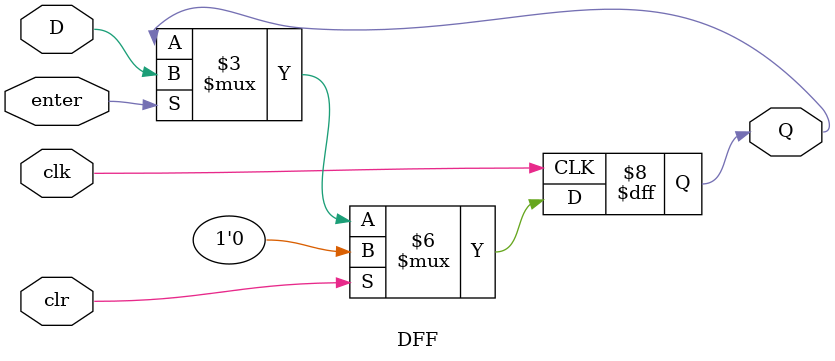
<source format=sv>
`timescale 1ns / 1ps

module DFF( //this thing works
    input D,clk,enter,clr,
    output logic Q = 0
);

always_ff@(posedge clk)
begin
    if(clr)
        Q<=0;
    else if(enter)
        Q<=D;
end    
endmodule

</source>
